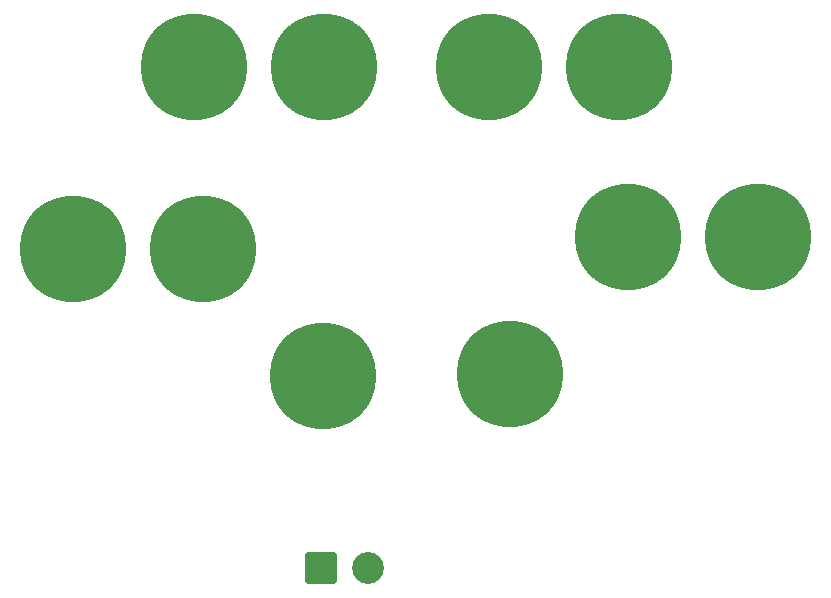
<source format=gbr>
%TF.GenerationSoftware,KiCad,Pcbnew,9.0.3*%
%TF.CreationDate,2025-07-31T21:15:47+09:00*%
%TF.ProjectId,power_circuit,706f7765-725f-4636-9972-637569742e6b,00*%
%TF.SameCoordinates,Original*%
%TF.FileFunction,Soldermask,Top*%
%TF.FilePolarity,Negative*%
%FSLAX46Y46*%
G04 Gerber Fmt 4.6, Leading zero omitted, Abs format (unit mm)*
G04 Created by KiCad (PCBNEW 9.0.3) date 2025-07-31 21:15:47*
%MOMM*%
%LPD*%
G01*
G04 APERTURE LIST*
G04 Aperture macros list*
%AMRoundRect*
0 Rectangle with rounded corners*
0 $1 Rounding radius*
0 $2 $3 $4 $5 $6 $7 $8 $9 X,Y pos of 4 corners*
0 Add a 4 corners polygon primitive as box body*
4,1,4,$2,$3,$4,$5,$6,$7,$8,$9,$2,$3,0*
0 Add four circle primitives for the rounded corners*
1,1,$1+$1,$2,$3*
1,1,$1+$1,$4,$5*
1,1,$1+$1,$6,$7*
1,1,$1+$1,$8,$9*
0 Add four rect primitives between the rounded corners*
20,1,$1+$1,$2,$3,$4,$5,0*
20,1,$1+$1,$4,$5,$6,$7,0*
20,1,$1+$1,$6,$7,$8,$9,0*
20,1,$1+$1,$8,$9,$2,$3,0*%
G04 Aperture macros list end*
%ADD10RoundRect,0.250001X-1.099999X-1.099999X1.099999X-1.099999X1.099999X1.099999X-1.099999X1.099999X0*%
%ADD11C,2.700000*%
%ADD12C,0.900000*%
%ADD13C,9.000000*%
G04 APERTURE END LIST*
D10*
%TO.C,J7*%
X63020000Y-83625000D03*
D11*
X66980000Y-83625000D03*
%TD*%
D12*
%TO.C,J2*%
X75611485Y-67213515D03*
X76600000Y-64827030D03*
X76600000Y-69600000D03*
X78986485Y-63838515D03*
D13*
X78986485Y-67213515D03*
D12*
X78986485Y-70588515D03*
X81372970Y-64827030D03*
X81372970Y-69600000D03*
X82361485Y-67213515D03*
%TD*%
%TO.C,J1*%
X59811485Y-67413515D03*
X60800000Y-65027030D03*
X60800000Y-69800000D03*
X63186485Y-64038515D03*
D13*
X63186485Y-67413515D03*
D12*
X63186485Y-70788515D03*
X65572970Y-65027030D03*
X65572970Y-69800000D03*
X66561485Y-67413515D03*
%TD*%
D13*
%TO.C,J5*%
X42000000Y-56625000D03*
X53000000Y-56625000D03*
%TD*%
%TO.C,J3*%
X52250000Y-41250000D03*
X63250000Y-41250000D03*
%TD*%
%TO.C,J4*%
X77250000Y-41250000D03*
X88250000Y-41250000D03*
%TD*%
%TO.C,J6*%
X89000000Y-55625000D03*
X100000000Y-55625000D03*
%TD*%
M02*

</source>
